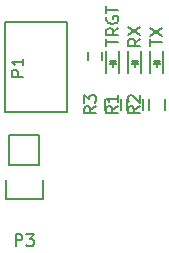
<source format=gbr>
G04 #@! TF.GenerationSoftware,KiCad,Pcbnew,no-vcs-found-7664~57~ubuntu16.10.1*
G04 #@! TF.CreationDate,2017-02-22T20:41:29+01:00*
G04 #@! TF.ProjectId,MysX2USB,4D797358325553422E6B696361645F70,rev?*
G04 #@! TF.FileFunction,Legend,Top*
G04 #@! TF.FilePolarity,Positive*
%FSLAX46Y46*%
G04 Gerber Fmt 4.6, Leading zero omitted, Abs format (unit mm)*
G04 Created by KiCad (PCBNEW no-vcs-found-7664~57~ubuntu16.10.1) date Wed Feb 22 20:41:29 2017*
%MOMM*%
%LPD*%
G01*
G04 APERTURE LIST*
%ADD10C,0.100000*%
%ADD11C,0.150000*%
G04 APERTURE END LIST*
D10*
D11*
X114098400Y-111802000D02*
X119348400Y-111802000D01*
X119348400Y-111802000D02*
X119348400Y-119402000D01*
X119348400Y-119402000D02*
X114098400Y-119402000D01*
X114098400Y-111802000D02*
X114098400Y-119402000D01*
X122342200Y-114319000D02*
X122342200Y-115019000D01*
X121142200Y-115019000D02*
X121142200Y-114319000D01*
X124545000Y-114228700D02*
X124545000Y-116128700D01*
X125645000Y-114228700D02*
X125645000Y-116128700D01*
X125095000Y-115128700D02*
X125095000Y-115578700D01*
X125345000Y-115078700D02*
X124845000Y-115078700D01*
X125095000Y-115078700D02*
X125345000Y-115328700D01*
X125345000Y-115328700D02*
X124845000Y-115328700D01*
X124845000Y-115328700D02*
X125095000Y-115078700D01*
X126399200Y-114216000D02*
X126399200Y-116116000D01*
X127499200Y-114216000D02*
X127499200Y-116116000D01*
X126949200Y-115116000D02*
X126949200Y-115566000D01*
X127199200Y-115066000D02*
X126699200Y-115066000D01*
X126949200Y-115066000D02*
X127199200Y-115316000D01*
X127199200Y-115316000D02*
X126699200Y-115316000D01*
X126699200Y-115316000D02*
X126949200Y-115066000D01*
X114477800Y-123926600D02*
X114477800Y-121386600D01*
X114197800Y-126746600D02*
X114197800Y-125196600D01*
X114477800Y-123926600D02*
X117017800Y-123926600D01*
X117297800Y-125196600D02*
X117297800Y-126746600D01*
X117297800Y-126746600D02*
X114197800Y-126746600D01*
X117017800Y-123926600D02*
X117017800Y-121386600D01*
X117017800Y-121386600D02*
X114477800Y-121386600D01*
X122690800Y-114228700D02*
X122690800Y-116128700D01*
X123790800Y-114228700D02*
X123790800Y-116128700D01*
X123240800Y-115128700D02*
X123240800Y-115578700D01*
X123490800Y-115078700D02*
X122990800Y-115078700D01*
X123240800Y-115078700D02*
X123490800Y-115328700D01*
X123490800Y-115328700D02*
X122990800Y-115328700D01*
X122990800Y-115328700D02*
X123240800Y-115078700D01*
X123915800Y-118262600D02*
X123915800Y-119262600D01*
X122565800Y-119262600D02*
X122565800Y-118262600D01*
X125770000Y-118262600D02*
X125770000Y-119262600D01*
X124420000Y-119262600D02*
X124420000Y-118262600D01*
X127624200Y-118262600D02*
X127624200Y-119262600D01*
X126274200Y-119262600D02*
X126274200Y-118262600D01*
X115666780Y-116397495D02*
X114666780Y-116397495D01*
X114666780Y-116016542D01*
X114714400Y-115921304D01*
X114762019Y-115873685D01*
X114857257Y-115826066D01*
X115000114Y-115826066D01*
X115095352Y-115873685D01*
X115142971Y-115921304D01*
X115190590Y-116016542D01*
X115190590Y-116397495D01*
X115666780Y-114873685D02*
X115666780Y-115445114D01*
X115666780Y-115159400D02*
X114666780Y-115159400D01*
X114809638Y-115254638D01*
X114904876Y-115349876D01*
X114952495Y-115445114D01*
X125547380Y-113196666D02*
X125071190Y-113530000D01*
X125547380Y-113768095D02*
X124547380Y-113768095D01*
X124547380Y-113387142D01*
X124595000Y-113291904D01*
X124642619Y-113244285D01*
X124737857Y-113196666D01*
X124880714Y-113196666D01*
X124975952Y-113244285D01*
X125023571Y-113291904D01*
X125071190Y-113387142D01*
X125071190Y-113768095D01*
X124547380Y-112863333D02*
X125547380Y-112196666D01*
X124547380Y-112196666D02*
X125547380Y-112863333D01*
X126401580Y-113791904D02*
X126401580Y-113220476D01*
X127401580Y-113506190D02*
X126401580Y-113506190D01*
X126401580Y-112982380D02*
X127401580Y-112315714D01*
X126401580Y-112315714D02*
X127401580Y-112982380D01*
X115009704Y-130748980D02*
X115009704Y-129748980D01*
X115390657Y-129748980D01*
X115485895Y-129796600D01*
X115533514Y-129844219D01*
X115581133Y-129939457D01*
X115581133Y-130082314D01*
X115533514Y-130177552D01*
X115485895Y-130225171D01*
X115390657Y-130272790D01*
X115009704Y-130272790D01*
X115914466Y-129748980D02*
X116533514Y-129748980D01*
X116200180Y-130129933D01*
X116343038Y-130129933D01*
X116438276Y-130177552D01*
X116485895Y-130225171D01*
X116533514Y-130320409D01*
X116533514Y-130558504D01*
X116485895Y-130653742D01*
X116438276Y-130701361D01*
X116343038Y-130748980D01*
X116057323Y-130748980D01*
X115962085Y-130701361D01*
X115914466Y-130653742D01*
X122693180Y-113782266D02*
X122693180Y-113210838D01*
X123693180Y-113496552D02*
X122693180Y-113496552D01*
X123693180Y-112306076D02*
X123216990Y-112639409D01*
X123693180Y-112877504D02*
X122693180Y-112877504D01*
X122693180Y-112496552D01*
X122740800Y-112401314D01*
X122788419Y-112353695D01*
X122883657Y-112306076D01*
X123026514Y-112306076D01*
X123121752Y-112353695D01*
X123169371Y-112401314D01*
X123216990Y-112496552D01*
X123216990Y-112877504D01*
X122740800Y-111353695D02*
X122693180Y-111448933D01*
X122693180Y-111591790D01*
X122740800Y-111734647D01*
X122836038Y-111829885D01*
X122931276Y-111877504D01*
X123121752Y-111925123D01*
X123264609Y-111925123D01*
X123455085Y-111877504D01*
X123550323Y-111829885D01*
X123645561Y-111734647D01*
X123693180Y-111591790D01*
X123693180Y-111496552D01*
X123645561Y-111353695D01*
X123597942Y-111306076D01*
X123264609Y-111306076D01*
X123264609Y-111496552D01*
X122693180Y-111020361D02*
X122693180Y-110448933D01*
X123693180Y-110734647D02*
X122693180Y-110734647D01*
X121793180Y-118929266D02*
X121316990Y-119262600D01*
X121793180Y-119500695D02*
X120793180Y-119500695D01*
X120793180Y-119119742D01*
X120840800Y-119024504D01*
X120888419Y-118976885D01*
X120983657Y-118929266D01*
X121126514Y-118929266D01*
X121221752Y-118976885D01*
X121269371Y-119024504D01*
X121316990Y-119119742D01*
X121316990Y-119500695D01*
X120793180Y-118595933D02*
X120793180Y-117976885D01*
X121174133Y-118310219D01*
X121174133Y-118167361D01*
X121221752Y-118072123D01*
X121269371Y-118024504D01*
X121364609Y-117976885D01*
X121602704Y-117976885D01*
X121697942Y-118024504D01*
X121745561Y-118072123D01*
X121793180Y-118167361D01*
X121793180Y-118453076D01*
X121745561Y-118548314D01*
X121697942Y-118595933D01*
X123647380Y-118929266D02*
X123171190Y-119262600D01*
X123647380Y-119500695D02*
X122647380Y-119500695D01*
X122647380Y-119119742D01*
X122695000Y-119024504D01*
X122742619Y-118976885D01*
X122837857Y-118929266D01*
X122980714Y-118929266D01*
X123075952Y-118976885D01*
X123123571Y-119024504D01*
X123171190Y-119119742D01*
X123171190Y-119500695D01*
X123647380Y-117976885D02*
X123647380Y-118548314D01*
X123647380Y-118262600D02*
X122647380Y-118262600D01*
X122790238Y-118357838D01*
X122885476Y-118453076D01*
X122933095Y-118548314D01*
X125501580Y-118929266D02*
X125025390Y-119262600D01*
X125501580Y-119500695D02*
X124501580Y-119500695D01*
X124501580Y-119119742D01*
X124549200Y-119024504D01*
X124596819Y-118976885D01*
X124692057Y-118929266D01*
X124834914Y-118929266D01*
X124930152Y-118976885D01*
X124977771Y-119024504D01*
X125025390Y-119119742D01*
X125025390Y-119500695D01*
X124596819Y-118548314D02*
X124549200Y-118500695D01*
X124501580Y-118405457D01*
X124501580Y-118167361D01*
X124549200Y-118072123D01*
X124596819Y-118024504D01*
X124692057Y-117976885D01*
X124787295Y-117976885D01*
X124930152Y-118024504D01*
X125501580Y-118595933D01*
X125501580Y-117976885D01*
M02*

</source>
